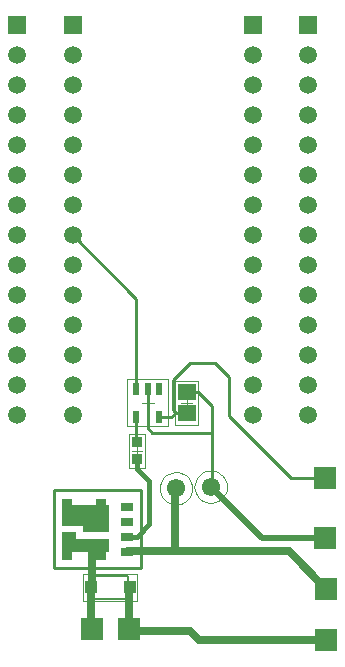
<source format=gtl>
G04*
G04 #@! TF.GenerationSoftware,Altium Limited,Altium Designer,20.1.10 (176)*
G04*
G04 Layer_Physical_Order=1*
G04 Layer_Color=255*
%FSLAX25Y25*%
%MOIN*%
G70*
G04*
G04 #@! TF.SameCoordinates,99812A5D-564F-404E-B7FD-5973259DDD54*
G04*
G04*
G04 #@! TF.FilePolarity,Positive*
G04*
G01*
G75*
%ADD12C,0.01000*%
%ADD14C,0.00500*%
%ADD15C,0.00197*%
%ADD16C,0.00394*%
%ADD27R,0.04016X0.02677*%
%ADD28R,0.04016X0.02323*%
%ADD29R,0.04409X0.04252*%
%ADD30R,0.03543X0.03740*%
%ADD31R,0.05906X0.05512*%
%ADD32R,0.02362X0.04331*%
%ADD33C,0.01500*%
%ADD34C,0.02000*%
%ADD35C,0.02500*%
%ADD36R,0.07500X0.07500*%
%ADD37C,0.06102*%
%ADD38R,0.07500X0.07500*%
%ADD39R,0.05906X0.05906*%
%ADD40C,0.05906*%
G36*
X-80354Y-178205D02*
X-79449D01*
Y-186984D01*
X-87874D01*
Y-184976D01*
X-95039D01*
Y-175901D01*
X-91850D01*
Y-178205D01*
X-83543D01*
Y-175901D01*
X-80354D01*
Y-178205D01*
D02*
G37*
G36*
X-90276Y-189405D02*
X-79449D01*
Y-193579D01*
X-80354D01*
Y-196374D01*
X-83543D01*
Y-193579D01*
X-91850D01*
Y-196374D01*
X-95039D01*
Y-186984D01*
X-90276D01*
Y-189405D01*
D02*
G37*
D12*
X-85299Y-219268D02*
X-85051Y-219516D01*
X-85299Y-205500D02*
X-85000Y-205201D01*
X-45500Y-172000D02*
X-45100Y-171600D01*
X-64900Y-154100D02*
X-45100D01*
Y-171600D02*
Y-154100D01*
Y-144900D01*
X-49543Y-140457D02*
X-45100Y-144900D01*
X-73268Y-193638D02*
X-73130Y-193500D01*
X-72551Y-205528D02*
X-72524Y-205500D01*
X-62760Y-148724D02*
X-58800D01*
X-57000Y-147543D01*
X-57500Y-173000D02*
X-57000Y-172500D01*
X-72551Y-219516D02*
X-72067Y-220000D01*
X-53500Y-140457D02*
X-49543D01*
X-58000Y-146543D02*
X-57000Y-147543D01*
X-58000Y-146543D02*
Y-136500D01*
X-52200Y-130700D01*
X-44000D01*
X-39200Y-135500D01*
Y-148500D02*
Y-135500D01*
Y-148500D02*
X-18700Y-169000D01*
X-6000D01*
X-57000Y-147543D02*
X-53500D01*
X-66500Y-152500D02*
Y-139276D01*
Y-152500D02*
X-64900Y-154100D01*
X-91500Y-88000D02*
X-70240Y-109260D01*
Y-139276D02*
Y-109260D01*
Y-156905D02*
X-70000Y-157146D01*
X-70240Y-156905D02*
Y-148724D01*
X-68539Y-198976D02*
Y-172976D01*
X-97539D02*
X-68539D01*
X-97539Y-198976D02*
Y-172976D01*
Y-198976D02*
X-68539D01*
D14*
X-84906Y-209437D02*
X-73094D01*
X-84906D02*
Y-201563D01*
X-73094D01*
Y-209437D02*
Y-201563D01*
X-84906Y-209437D02*
X-73094D01*
X-84906D02*
Y-201563D01*
X-73094D01*
Y-209437D02*
Y-201563D01*
D15*
X-40106Y-172000D02*
X-40198Y-171009D01*
X-40470Y-170052D01*
X-40914Y-169161D01*
X-41514Y-168366D01*
X-42250Y-167696D01*
X-43096Y-167172D01*
X-44024Y-166812D01*
X-45002Y-166629D01*
X-45998D01*
X-46976Y-166812D01*
X-47904Y-167172D01*
X-48750Y-167696D01*
X-49486Y-168366D01*
X-50086Y-169161D01*
X-50529Y-170052D01*
X-50802Y-171009D01*
X-50894Y-172000D01*
X-50802Y-172991D01*
X-50529Y-173948D01*
X-50086Y-174839D01*
X-49486Y-175634D01*
X-48750Y-176304D01*
X-47904Y-176828D01*
X-46976Y-177188D01*
X-45998Y-177371D01*
X-45002D01*
X-44024Y-177188D01*
X-43096Y-176828D01*
X-42250Y-176304D01*
X-41514Y-175634D01*
X-40914Y-174839D01*
X-40470Y-173948D01*
X-40198Y-172991D01*
X-40106Y-172000D01*
X-51606Y-172500D02*
X-51698Y-171509D01*
X-51970Y-170552D01*
X-52414Y-169661D01*
X-53014Y-168866D01*
X-53750Y-168196D01*
X-54596Y-167672D01*
X-55524Y-167312D01*
X-56502Y-167129D01*
X-57498D01*
X-58476Y-167312D01*
X-59404Y-167672D01*
X-60250Y-168196D01*
X-60986Y-168866D01*
X-61586Y-169661D01*
X-62029Y-170552D01*
X-62302Y-171509D01*
X-62394Y-172500D01*
X-62302Y-173491D01*
X-62029Y-174448D01*
X-61586Y-175339D01*
X-60986Y-176134D01*
X-60250Y-176804D01*
X-59404Y-177328D01*
X-58476Y-177688D01*
X-57498Y-177871D01*
X-56502D01*
X-55524Y-177688D01*
X-54596Y-177328D01*
X-53750Y-176804D01*
X-53014Y-176134D01*
X-52414Y-175339D01*
X-51970Y-174448D01*
X-51698Y-173491D01*
X-51606Y-172500D01*
X-72756Y-165709D02*
X-67244D01*
X-72756Y-154291D02*
X-67244D01*
X-72756Y-165709D02*
Y-154291D01*
X-67244Y-165709D02*
Y-154291D01*
X-49563Y-151283D02*
Y-136717D01*
X-57437Y-151283D02*
Y-136717D01*
X-49563D01*
X-57437Y-151283D02*
X-49563D01*
X-73390Y-151874D02*
Y-136126D01*
X-59610Y-151874D02*
Y-136126D01*
X-73390Y-151874D02*
X-59610D01*
X-73390Y-136126D02*
X-59610D01*
X-88094Y-200972D02*
X-69906D01*
X-88094Y-210028D02*
Y-200972D01*
Y-210028D02*
X-69906D01*
Y-200972D01*
D16*
X-45500Y-173968D02*
Y-170031D01*
X-47468Y-172000D02*
X-43531D01*
X-45500Y-173968D02*
Y-170031D01*
X-47468Y-172000D02*
X-43531D01*
X-57000Y-174468D02*
Y-170531D01*
X-58968Y-172500D02*
X-55031D01*
X-57000Y-174468D02*
Y-170531D01*
X-58968Y-172500D02*
X-55031D01*
X-70000Y-161772D02*
Y-158228D01*
X-71772Y-160000D02*
X-68228D01*
X-55469Y-144000D02*
X-51532D01*
X-53500Y-145969D02*
Y-142031D01*
X-68468Y-144000D02*
X-64531D01*
X-66500Y-145968D02*
Y-142031D01*
D27*
X-73268Y-193638D02*
D03*
Y-188638D02*
D03*
Y-178638D02*
D03*
Y-183638D02*
D03*
D28*
X-85000Y-191000D02*
D03*
Y-182969D02*
D03*
D29*
X-72524Y-205500D02*
D03*
X-85299D02*
D03*
D30*
X-70000Y-162854D02*
D03*
Y-157146D02*
D03*
D31*
X-53500Y-140457D02*
D03*
Y-147543D02*
D03*
D32*
X-62760Y-148724D02*
D03*
X-70240D02*
D03*
Y-139276D02*
D03*
X-66500D02*
D03*
X-62760D02*
D03*
D33*
X-70138Y-188638D02*
X-66000Y-184500D01*
X-70000Y-166000D02*
X-66000Y-170000D01*
Y-184500D02*
Y-170000D01*
X-73268Y-188638D02*
X-70138D01*
X-70000Y-166000D02*
Y-162854D01*
D34*
X-28500Y-189000D02*
X-6000D01*
X-45500Y-172000D02*
X-28500Y-189000D01*
D35*
X-57500Y-193500D02*
X-19500D01*
X-7000Y-206000D01*
X-73130Y-193500D02*
X-57500D01*
X-85299Y-219268D02*
Y-205500D01*
X-85000Y-205201D02*
Y-191000D01*
X-57500Y-193500D02*
Y-173000D01*
X-72551Y-219516D02*
Y-205528D01*
X-72067Y-220000D02*
X-52500D01*
X-49500Y-223000D02*
X-7000D01*
X-52500Y-220000D02*
X-49500Y-223000D01*
D36*
X-7500Y-169000D02*
D03*
X-7000Y-223000D02*
D03*
Y-206000D02*
D03*
X-7500Y-189000D02*
D03*
D37*
X-45500Y-172000D02*
D03*
X-57000Y-172500D02*
D03*
D38*
X-72551Y-219516D02*
D03*
X-85051D02*
D03*
D39*
X-13000Y-18000D02*
D03*
X-110000D02*
D03*
X-31500D02*
D03*
X-91500D02*
D03*
D40*
X-13000Y-38000D02*
D03*
Y-48000D02*
D03*
Y-58000D02*
D03*
Y-68000D02*
D03*
Y-78000D02*
D03*
Y-88000D02*
D03*
Y-98000D02*
D03*
Y-108000D02*
D03*
Y-118000D02*
D03*
Y-128000D02*
D03*
Y-138000D02*
D03*
Y-148000D02*
D03*
Y-28000D02*
D03*
X-110000Y-38000D02*
D03*
Y-48000D02*
D03*
Y-58000D02*
D03*
Y-68000D02*
D03*
Y-78000D02*
D03*
Y-88000D02*
D03*
Y-98000D02*
D03*
Y-108000D02*
D03*
Y-118000D02*
D03*
Y-128000D02*
D03*
Y-138000D02*
D03*
Y-148000D02*
D03*
Y-28000D02*
D03*
X-31500Y-38000D02*
D03*
Y-48000D02*
D03*
Y-58000D02*
D03*
Y-68000D02*
D03*
Y-78000D02*
D03*
Y-88000D02*
D03*
Y-98000D02*
D03*
Y-108000D02*
D03*
Y-118000D02*
D03*
Y-128000D02*
D03*
Y-138000D02*
D03*
Y-148000D02*
D03*
Y-28000D02*
D03*
X-91500Y-38000D02*
D03*
Y-48000D02*
D03*
Y-58000D02*
D03*
Y-68000D02*
D03*
Y-78000D02*
D03*
Y-88000D02*
D03*
Y-98000D02*
D03*
Y-108000D02*
D03*
Y-118000D02*
D03*
Y-128000D02*
D03*
Y-138000D02*
D03*
Y-148000D02*
D03*
Y-28000D02*
D03*
M02*

</source>
